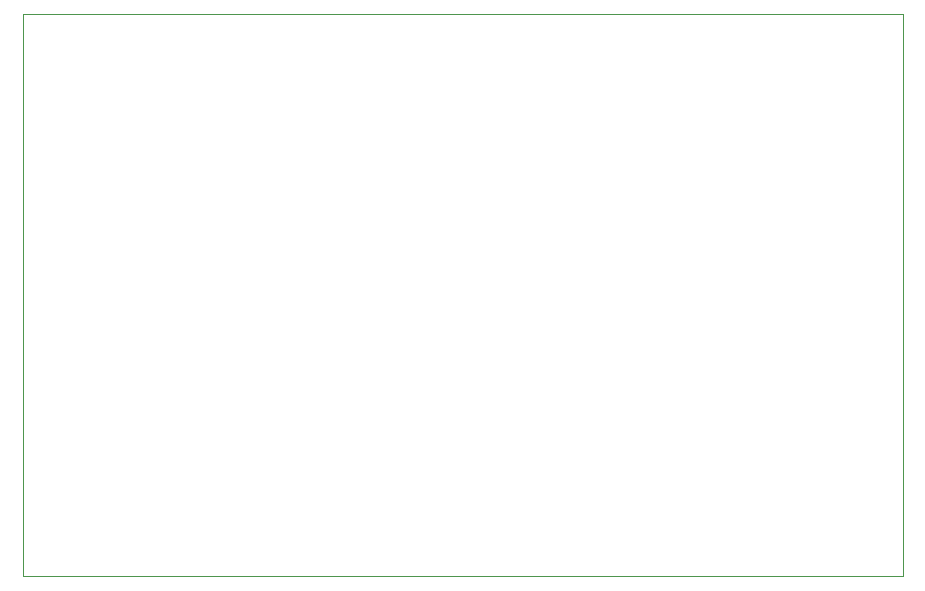
<source format=gbr>
%TF.GenerationSoftware,KiCad,Pcbnew,(6.0.4)*%
%TF.CreationDate,2022-04-27T22:38:45-07:00*%
%TF.ProjectId,SolarChargerV6,536f6c61-7243-4686-9172-67657256362e,rev?*%
%TF.SameCoordinates,Original*%
%TF.FileFunction,Profile,NP*%
%FSLAX46Y46*%
G04 Gerber Fmt 4.6, Leading zero omitted, Abs format (unit mm)*
G04 Created by KiCad (PCBNEW (6.0.4)) date 2022-04-27 22:38:45*
%MOMM*%
%LPD*%
G01*
G04 APERTURE LIST*
%TA.AperFunction,Profile*%
%ADD10C,0.100000*%
%TD*%
G04 APERTURE END LIST*
D10*
X168000000Y-91800000D02*
X93500000Y-91800000D01*
X93500000Y-91800000D02*
X93500000Y-44200000D01*
X93500000Y-44200000D02*
X168000000Y-44200000D01*
X168000000Y-44200000D02*
X168000000Y-91800000D01*
M02*

</source>
